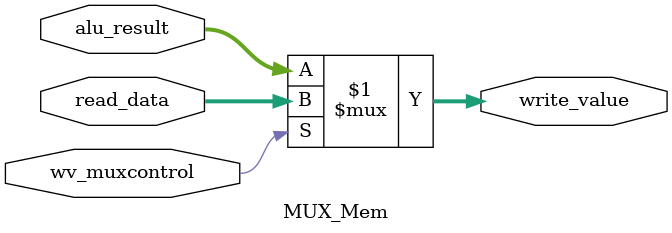
<source format=v>
`timescale 1ns / 1ps


module MUX_Mem (wv_muxcontrol, read_data, alu_result, write_value);
    input wire wv_muxcontrol;
    input wire [31:0] read_data, alu_result;
    output wire [31:0] write_value;
    
    assign write_value = (wv_muxcontrol) ? read_data : alu_result;     // judge read data or alu_result
   
endmodule
</source>
